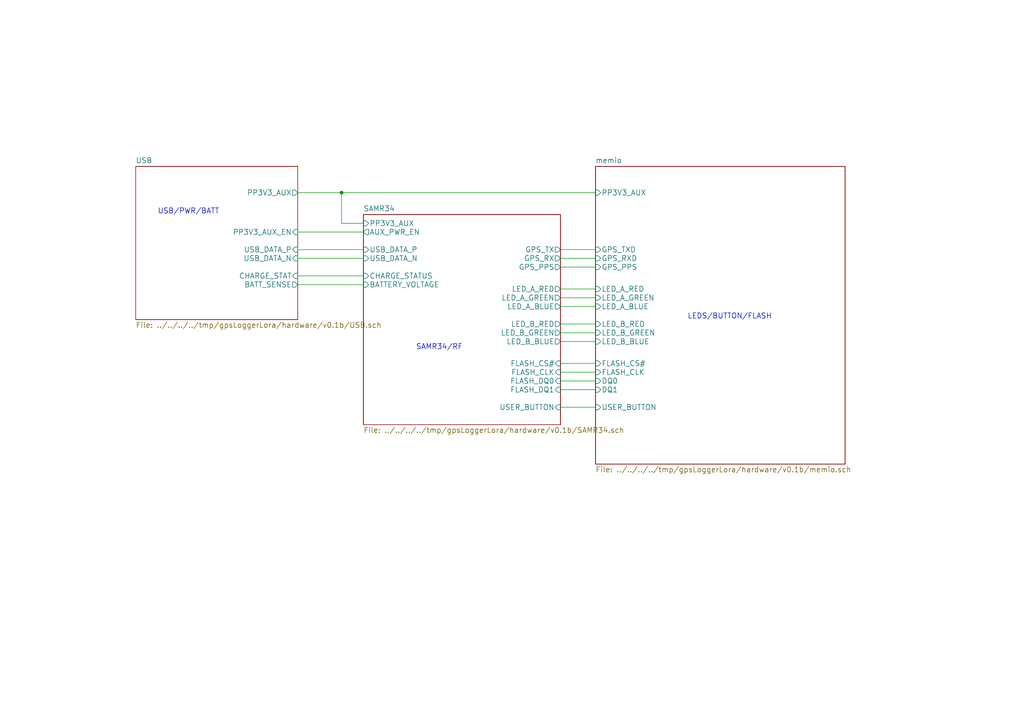
<source format=kicad_sch>
(kicad_sch (version 20230121) (generator eeschema)
  (paper "A4")
  (title_block (title "gpsLoggerLora") (date "2018-12-29") (rev "v0.1a") (company "Gregory S Davill") (comment 3 "Featuring a LoRa Tranciever") (comment 4 "Simple GPS logger with low power features"))
  (lib_symbols)
  (junction (at 99.06 55.88))
  (wire (pts (xy 105.41 82.55) (xy 86.36 82.55)))
  (wire (pts (xy 99.06 64.77) (xy 99.06 55.88)))
  (wire (pts (xy 162.56 93.98) (xy 172.72 93.98)))
  (wire (pts (xy 162.56 83.82) (xy 172.72 83.82)))
  (wire (pts (xy 172.72 110.49) (xy 162.56 110.49)))
  (wire (pts (xy 86.36 72.39) (xy 105.41 72.39)))
  (wire (pts (xy 172.72 105.41) (xy 162.56 105.41)))
  (wire (pts (xy 162.56 99.06) (xy 172.72 99.06)))
  (wire (pts (xy 162.56 77.47) (xy 172.72 77.47)))
  (wire (pts (xy 162.56 113.03) (xy 172.72 113.03)))
  (wire (pts (xy 105.41 74.93) (xy 86.36 74.93)))
  (wire (pts (xy 86.36 80.01) (xy 105.41 80.01)))
  (wire (pts (xy 162.56 96.52) (xy 172.72 96.52)))
  (wire (pts (xy 172.72 55.88) (xy 99.06 55.88)))
  (wire (pts (xy 99.06 55.88) (xy 86.36 55.88)))
  (wire (pts (xy 162.56 72.39) (xy 172.72 72.39)))
  (wire (pts (xy 162.56 86.36) (xy 172.72 86.36)))
  (wire (pts (xy 162.56 88.9) (xy 172.72 88.9)))
  (wire (pts (xy 162.56 74.93) (xy 172.72 74.93)))
  (wire (pts (xy 162.56 107.95) (xy 172.72 107.95)))
  (wire (pts (xy 105.41 64.77) (xy 99.06 64.77)))
  (wire (pts (xy 105.41 67.31) (xy 86.36 67.31)))
  (wire (pts (xy 162.56 118.11) (xy 172.72 118.11)))
  (text "SAMR34/RF" (at 120.65 101.6 0) (effects (font (size 1.524 1.524)) (justify left bottom)))
  (text "USB/PWR/BATT" (at 45.72 62.23 0) (effects (font (size 1.524 1.524)) (justify left bottom)))
  (text "LEDS/BUTTON/FLASH" (at 199.39 92.71 0) (effects (font (size 1.524 1.524)) (justify left bottom)))
  (sheet (at 39.37 48.26) (size 46.99 44.45)
    (property "Sheetname" "USB" (at 39.37 47.4214 0) (effects (font (size 1.524 1.524)) (justify left bottom)))
    (property "Sheetfile" "../../../../tmp/gpsLoggerLora/hardware/v0.1b/USB.sch" (at 39.37 93.3962 0) (effects (font (size 1.524 1.524)) (justify left top)))
    (pin "USB_DATA_P" input (at 86.36 72.39 0) (effects (font (size 1.524 1.524))))
    (pin "USB_DATA_N" input (at 86.36 74.93 0) (effects (font (size 1.524 1.524))))
    (pin "CHARGE_STAT" input (at 86.36 80.01 0) (effects (font (size 1.524 1.524))))
    (pin "PP3V3_AUX_EN" input (at 86.36 67.31 0) (effects (font (size 1.524 1.524))))
    (pin "PP3V3_AUX" output (at 86.36 55.88 0) (effects (font (size 1.524 1.524))))
    (pin "BATT_SENSE" output (at 86.36 82.55 0) (effects (font (size 1.524 1.524))))
  )
  (sheet (at 105.41 62.23) (size 57.15 60.96)
    (property "Sheetname" "SAMR34" (at 105.41 61.3914 0) (effects (font (size 1.524 1.524)) (justify left bottom)))
    (property "Sheetfile" "../../../../tmp/gpsLoggerLora/hardware/v0.1b/SAMR34.sch" (at 105.41 123.8762 0) (effects (font (size 1.524 1.524)) (justify left top)))
    (pin "USB_DATA_N" input (at 105.41 74.93 180) (effects (font (size 1.524 1.524))))
    (pin "USB_DATA_P" input (at 105.41 72.39 180) (effects (font (size 1.524 1.524))))
    (pin "GPS_TX" output (at 162.56 72.39 0) (effects (font (size 1.524 1.524))))
    (pin "GPS_RX" output (at 162.56 74.93 0) (effects (font (size 1.524 1.524))))
    (pin "GPS_PPS" output (at 162.56 77.47 0) (effects (font (size 1.524 1.524))))
    (pin "LED_A_RED" output (at 162.56 83.82 0) (effects (font (size 1.524 1.524))))
    (pin "LED_A_GREEN" output (at 162.56 86.36 0) (effects (font (size 1.524 1.524))))
    (pin "LED_A_BLUE" output (at 162.56 88.9 0) (effects (font (size 1.524 1.524))))
    (pin "LED_B_RED" output (at 162.56 93.98 0) (effects (font (size 1.524 1.524))))
    (pin "LED_B_GREEN" output (at 162.56 96.52 0) (effects (font (size 1.524 1.524))))
    (pin "LED_B_BLUE" output (at 162.56 99.06 0) (effects (font (size 1.524 1.524))))
    (pin "AUX_PWR_EN" output (at 105.41 67.31 180) (effects (font (size 1.524 1.524))))
    (pin "FLASH_CS#" input (at 162.56 105.41 0) (effects (font (size 1.524 1.524))))
    (pin "FLASH_DQ0" input (at 162.56 110.49 0) (effects (font (size 1.524 1.524))))
    (pin "FLASH_DQ1" input (at 162.56 113.03 0) (effects (font (size 1.524 1.524))))
    (pin "FLASH_CLK" input (at 162.56 107.95 0) (effects (font (size 1.524 1.524))))
    (pin "USER_BUTTON" input (at 162.56 118.11 0) (effects (font (size 1.524 1.524))))
    (pin "CHARGE_STATUS" input (at 105.41 80.01 180) (effects (font (size 1.524 1.524))))
    (pin "BATTERY_VOLTAGE" input (at 105.41 82.55 180) (effects (font (size 1.524 1.524))))
    (pin "PP3V3_AUX" input (at 105.41 64.77 180) (effects (font (size 1.524 1.524))))
  )
  (sheet (at 172.72 48.26) (size 72.39 86.36)
    (property "Sheetname" "memio" (at 172.72 47.4214 0) (effects (font (size 1.524 1.524)) (justify left bottom)))
    (property "Sheetfile" "../../../../tmp/gpsLoggerLora/hardware/v0.1b/memio.sch" (at 172.72 135.3062 0) (effects (font (size 1.524 1.524)) (justify left top)))
    (pin "GPS_TXD" input (at 172.72 72.39 180) (effects (font (size 1.524 1.524))))
    (pin "GPS_RXD" input (at 172.72 74.93 180) (effects (font (size 1.524 1.524))))
    (pin "GPS_PPS" input (at 172.72 77.47 180) (effects (font (size 1.524 1.524))))
    (pin "LED_A_RED" input (at 172.72 83.82 180) (effects (font (size 1.524 1.524))))
    (pin "LED_A_GREEN" input (at 172.72 86.36 180) (effects (font (size 1.524 1.524))))
    (pin "LED_A_BLUE" input (at 172.72 88.9 180) (effects (font (size 1.524 1.524))))
    (pin "LED_B_RED" input (at 172.72 93.98 180) (effects (font (size 1.524 1.524))))
    (pin "LED_B_GREEN" input (at 172.72 96.52 180) (effects (font (size 1.524 1.524))))
    (pin "LED_B_BLUE" input (at 172.72 99.06 180) (effects (font (size 1.524 1.524))))
    (pin "DQ0" input (at 172.72 110.49 180) (effects (font (size 1.524 1.524))))
    (pin "DQ1" input (at 172.72 113.03 180) (effects (font (size 1.524 1.524))))
    (pin "FLASH_CLK" input (at 172.72 107.95 180) (effects (font (size 1.524 1.524))))
    (pin "FLASH_CS#" input (at 172.72 105.41 180) (effects (font (size 1.524 1.524))))
    (pin "PP3V3_AUX" input (at 172.72 55.88 180) (effects (font (size 1.524 1.524))))
    (pin "USER_BUTTON" input (at 172.72 118.11 180) (effects (font (size 1.524 1.524))))
  )
)
</source>
